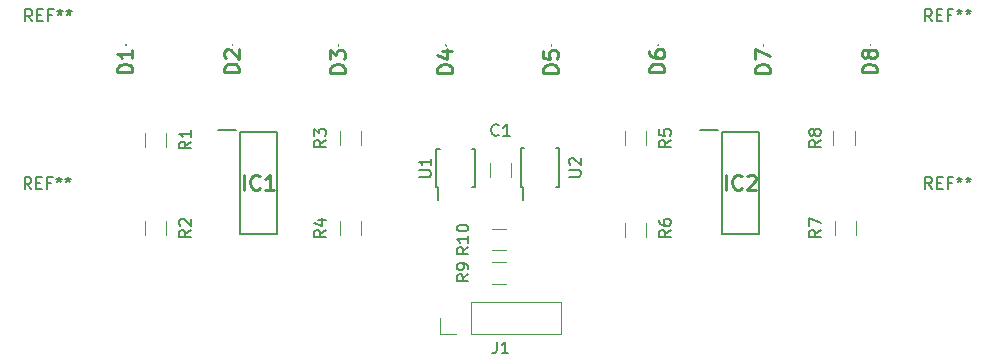
<source format=gbr>
%TF.GenerationSoftware,KiCad,Pcbnew,(5.1.6)-1*%
%TF.CreationDate,2020-11-25T02:53:10+01:00*%
%TF.ProjectId,MainBoard,4d61696e-426f-4617-9264-2e6b69636164,rev?*%
%TF.SameCoordinates,Original*%
%TF.FileFunction,Legend,Top*%
%TF.FilePolarity,Positive*%
%FSLAX46Y46*%
G04 Gerber Fmt 4.6, Leading zero omitted, Abs format (unit mm)*
G04 Created by KiCad (PCBNEW (5.1.6)-1) date 2020-11-25 02:53:10*
%MOMM*%
%LPD*%
G01*
G04 APERTURE LIST*
%ADD10C,0.120000*%
%ADD11C,0.150000*%
%ADD12C,0.200000*%
%ADD13C,0.100000*%
%ADD14C,0.254000*%
G04 APERTURE END LIST*
D10*
%TO.C,C1*%
X135530000Y-95982064D02*
X135530000Y-94777936D01*
X133710000Y-95982064D02*
X133710000Y-94777936D01*
D11*
%TO.C,U2*%
X136500780Y-96835387D02*
X136500780Y-97910387D01*
X139575780Y-96835387D02*
X139575780Y-93585387D01*
X136325780Y-96835387D02*
X136325780Y-93585387D01*
X139575780Y-96835387D02*
X139300780Y-96835387D01*
X139575780Y-93585387D02*
X139300780Y-93585387D01*
X136325780Y-93585387D02*
X136600780Y-93585387D01*
X136325780Y-96835387D02*
X136500780Y-96835387D01*
%TO.C,U1*%
X129360000Y-96875000D02*
X129360000Y-97950000D01*
X132435000Y-96875000D02*
X132435000Y-93625000D01*
X129185000Y-96875000D02*
X129185000Y-93625000D01*
X132435000Y-96875000D02*
X132160000Y-96875000D01*
X132435000Y-93625000D02*
X132160000Y-93625000D01*
X129185000Y-93625000D02*
X129460000Y-93625000D01*
X129185000Y-96875000D02*
X129360000Y-96875000D01*
D10*
%TO.C,R10*%
X133898051Y-102202405D02*
X135102179Y-102202405D01*
X133898051Y-100382405D02*
X135102179Y-100382405D01*
%TO.C,R9*%
X133887936Y-105050000D02*
X135092064Y-105050000D01*
X133887936Y-103230000D02*
X135092064Y-103230000D01*
%TO.C,R8*%
X164610000Y-93312064D02*
X164610000Y-92107936D01*
X162790000Y-93312064D02*
X162790000Y-92107936D01*
%TO.C,R7*%
X162920000Y-99727936D02*
X162920000Y-100932064D01*
X164740000Y-99727936D02*
X164740000Y-100932064D01*
%TO.C,R6*%
X146960000Y-101062064D02*
X146960000Y-99857936D01*
X145140000Y-101062064D02*
X145140000Y-99857936D01*
%TO.C,R5*%
X145140000Y-92107936D02*
X145140000Y-93312064D01*
X146960000Y-92107936D02*
X146960000Y-93312064D01*
%TO.C,R4*%
X121010000Y-99727936D02*
X121010000Y-100932064D01*
X122830000Y-99727936D02*
X122830000Y-100932064D01*
%TO.C,R3*%
X122830000Y-93312064D02*
X122830000Y-92107936D01*
X121010000Y-93312064D02*
X121010000Y-92107936D01*
%TO.C,R2*%
X106320000Y-100932064D02*
X106320000Y-99727936D01*
X104500000Y-100932064D02*
X104500000Y-99727936D01*
%TO.C,R1*%
X104500000Y-92237936D02*
X104500000Y-93442064D01*
X106320000Y-92237936D02*
X106320000Y-93442064D01*
%TO.C,J1*%
X129480000Y-109280000D02*
X129480000Y-107950000D01*
X130810000Y-109280000D02*
X129480000Y-109280000D01*
X132080000Y-109280000D02*
X132080000Y-106620000D01*
X132080000Y-106620000D02*
X139760000Y-106620000D01*
X132080000Y-109280000D02*
X139760000Y-109280000D01*
X139760000Y-109280000D02*
X139760000Y-106620000D01*
D12*
%TO.C,IC2*%
X151465000Y-92035000D02*
X152990000Y-92035000D01*
X153340000Y-100845000D02*
X153340000Y-92195000D01*
X156540000Y-100845000D02*
X153340000Y-100845000D01*
X156540000Y-92195000D02*
X156540000Y-100845000D01*
X153340000Y-92195000D02*
X156540000Y-92195000D01*
%TO.C,IC1*%
X110653000Y-92035000D02*
X112178000Y-92035000D01*
X112528000Y-100845000D02*
X112528000Y-92195000D01*
X115728000Y-100845000D02*
X112528000Y-100845000D01*
X115728000Y-92195000D02*
X115728000Y-100845000D01*
X112528000Y-92195000D02*
X115728000Y-92195000D01*
D13*
%TO.C,D8*%
X165900000Y-84860000D02*
X165900000Y-84860000D01*
X165900000Y-84760000D02*
X165900000Y-84760000D01*
X165900000Y-84760000D02*
G75*
G02*
X165900000Y-84860000I0J-50000D01*
G01*
X165900000Y-84860000D02*
G75*
G02*
X165900000Y-84760000I0J50000D01*
G01*
%TO.C,D7*%
X156868641Y-84907097D02*
X156868641Y-84907097D01*
X156868641Y-84807097D02*
X156868641Y-84807097D01*
X156868641Y-84807097D02*
G75*
G02*
X156868641Y-84907097I0J-50000D01*
G01*
X156868641Y-84907097D02*
G75*
G02*
X156868641Y-84807097I0J50000D01*
G01*
%TO.C,D6*%
X147920099Y-84844300D02*
X147920099Y-84844300D01*
X147920099Y-84744300D02*
X147920099Y-84744300D01*
X147920099Y-84744300D02*
G75*
G02*
X147920099Y-84844300I0J-50000D01*
G01*
X147920099Y-84844300D02*
G75*
G02*
X147920099Y-84744300I0J50000D01*
G01*
%TO.C,D5*%
X138915040Y-84892057D02*
X138915040Y-84892057D01*
X138915040Y-84792057D02*
X138915040Y-84792057D01*
X138915040Y-84792057D02*
G75*
G02*
X138915040Y-84892057I0J-50000D01*
G01*
X138915040Y-84892057D02*
G75*
G02*
X138915040Y-84792057I0J50000D01*
G01*
%TO.C,D4*%
X129966498Y-84892057D02*
X129966498Y-84892057D01*
X129966498Y-84792057D02*
X129966498Y-84792057D01*
X129966498Y-84792057D02*
G75*
G02*
X129966498Y-84892057I0J-50000D01*
G01*
X129966498Y-84892057D02*
G75*
G02*
X129966498Y-84792057I0J50000D01*
G01*
%TO.C,D3*%
X120887451Y-84912336D02*
X120887451Y-84912336D01*
X120887451Y-84812336D02*
X120887451Y-84812336D01*
X120887451Y-84812336D02*
G75*
G02*
X120887451Y-84912336I0J-50000D01*
G01*
X120887451Y-84912336D02*
G75*
G02*
X120887451Y-84812336I0J50000D01*
G01*
%TO.C,D2*%
X111912743Y-84848880D02*
X111912743Y-84848880D01*
X111912743Y-84748880D02*
X111912743Y-84748880D01*
X111912743Y-84748880D02*
G75*
G02*
X111912743Y-84848880I0J-50000D01*
G01*
X111912743Y-84848880D02*
G75*
G02*
X111912743Y-84748880I0J50000D01*
G01*
%TO.C,D1*%
X102870000Y-84860000D02*
X102870000Y-84860000D01*
X102870000Y-84760000D02*
X102870000Y-84760000D01*
X102870000Y-84760000D02*
G75*
G02*
X102870000Y-84860000I0J-50000D01*
G01*
X102870000Y-84860000D02*
G75*
G02*
X102870000Y-84760000I0J50000D01*
G01*
%TO.C,REF\u002A\u002A*%
D11*
X171133063Y-97023105D02*
X170799730Y-96546915D01*
X170561635Y-97023105D02*
X170561635Y-96023105D01*
X170942587Y-96023105D01*
X171037825Y-96070725D01*
X171085444Y-96118344D01*
X171133063Y-96213582D01*
X171133063Y-96356439D01*
X171085444Y-96451677D01*
X171037825Y-96499296D01*
X170942587Y-96546915D01*
X170561635Y-96546915D01*
X171561635Y-96499296D02*
X171894968Y-96499296D01*
X172037825Y-97023105D02*
X171561635Y-97023105D01*
X171561635Y-96023105D01*
X172037825Y-96023105D01*
X172799730Y-96499296D02*
X172466397Y-96499296D01*
X172466397Y-97023105D02*
X172466397Y-96023105D01*
X172942587Y-96023105D01*
X173466397Y-96023105D02*
X173466397Y-96261201D01*
X173228301Y-96165963D02*
X173466397Y-96261201D01*
X173704492Y-96165963D01*
X173323539Y-96451677D02*
X173466397Y-96261201D01*
X173609254Y-96451677D01*
X174228301Y-96023105D02*
X174228301Y-96261201D01*
X173990206Y-96165963D02*
X174228301Y-96261201D01*
X174466397Y-96165963D01*
X174085444Y-96451677D02*
X174228301Y-96261201D01*
X174371158Y-96451677D01*
X94890654Y-97035453D02*
X94557321Y-96559263D01*
X94319226Y-97035453D02*
X94319226Y-96035453D01*
X94700178Y-96035453D01*
X94795416Y-96083073D01*
X94843035Y-96130692D01*
X94890654Y-96225930D01*
X94890654Y-96368787D01*
X94843035Y-96464025D01*
X94795416Y-96511644D01*
X94700178Y-96559263D01*
X94319226Y-96559263D01*
X95319226Y-96511644D02*
X95652559Y-96511644D01*
X95795416Y-97035453D02*
X95319226Y-97035453D01*
X95319226Y-96035453D01*
X95795416Y-96035453D01*
X96557321Y-96511644D02*
X96223988Y-96511644D01*
X96223988Y-97035453D02*
X96223988Y-96035453D01*
X96700178Y-96035453D01*
X97223988Y-96035453D02*
X97223988Y-96273549D01*
X96985892Y-96178311D02*
X97223988Y-96273549D01*
X97462083Y-96178311D01*
X97081130Y-96464025D02*
X97223988Y-96273549D01*
X97366845Y-96464025D01*
X97985892Y-96035453D02*
X97985892Y-96273549D01*
X97747797Y-96178311D02*
X97985892Y-96273549D01*
X98223988Y-96178311D01*
X97843035Y-96464025D02*
X97985892Y-96273549D01*
X98128749Y-96464025D01*
X171128024Y-82814287D02*
X170794691Y-82338097D01*
X170556596Y-82814287D02*
X170556596Y-81814287D01*
X170937548Y-81814287D01*
X171032786Y-81861907D01*
X171080405Y-81909526D01*
X171128024Y-82004764D01*
X171128024Y-82147621D01*
X171080405Y-82242859D01*
X171032786Y-82290478D01*
X170937548Y-82338097D01*
X170556596Y-82338097D01*
X171556596Y-82290478D02*
X171889929Y-82290478D01*
X172032786Y-82814287D02*
X171556596Y-82814287D01*
X171556596Y-81814287D01*
X172032786Y-81814287D01*
X172794691Y-82290478D02*
X172461358Y-82290478D01*
X172461358Y-82814287D02*
X172461358Y-81814287D01*
X172937548Y-81814287D01*
X173461358Y-81814287D02*
X173461358Y-82052383D01*
X173223262Y-81957145D02*
X173461358Y-82052383D01*
X173699453Y-81957145D01*
X173318500Y-82242859D02*
X173461358Y-82052383D01*
X173604215Y-82242859D01*
X174223262Y-81814287D02*
X174223262Y-82052383D01*
X173985167Y-81957145D02*
X174223262Y-82052383D01*
X174461358Y-81957145D01*
X174080405Y-82242859D02*
X174223262Y-82052383D01*
X174366119Y-82242859D01*
X94957696Y-82818464D02*
X94624363Y-82342274D01*
X94386268Y-82818464D02*
X94386268Y-81818464D01*
X94767220Y-81818464D01*
X94862458Y-81866084D01*
X94910077Y-81913703D01*
X94957696Y-82008941D01*
X94957696Y-82151798D01*
X94910077Y-82247036D01*
X94862458Y-82294655D01*
X94767220Y-82342274D01*
X94386268Y-82342274D01*
X95386268Y-82294655D02*
X95719601Y-82294655D01*
X95862458Y-82818464D02*
X95386268Y-82818464D01*
X95386268Y-81818464D01*
X95862458Y-81818464D01*
X96624363Y-82294655D02*
X96291030Y-82294655D01*
X96291030Y-82818464D02*
X96291030Y-81818464D01*
X96767220Y-81818464D01*
X97291030Y-81818464D02*
X97291030Y-82056560D01*
X97052934Y-81961322D02*
X97291030Y-82056560D01*
X97529125Y-81961322D01*
X97148172Y-82247036D02*
X97291030Y-82056560D01*
X97433887Y-82247036D01*
X98052934Y-81818464D02*
X98052934Y-82056560D01*
X97814839Y-81961322D02*
X98052934Y-82056560D01*
X98291030Y-81961322D01*
X97910077Y-82247036D02*
X98052934Y-82056560D01*
X98195791Y-82247036D01*
%TO.C,C1*%
X134453333Y-92432142D02*
X134405714Y-92479761D01*
X134262857Y-92527380D01*
X134167619Y-92527380D01*
X134024761Y-92479761D01*
X133929523Y-92384523D01*
X133881904Y-92289285D01*
X133834285Y-92098809D01*
X133834285Y-91955952D01*
X133881904Y-91765476D01*
X133929523Y-91670238D01*
X134024761Y-91575000D01*
X134167619Y-91527380D01*
X134262857Y-91527380D01*
X134405714Y-91575000D01*
X134453333Y-91622619D01*
X135405714Y-92527380D02*
X134834285Y-92527380D01*
X135120000Y-92527380D02*
X135120000Y-91527380D01*
X135024761Y-91670238D01*
X134929523Y-91765476D01*
X134834285Y-91813095D01*
%TO.C,U2*%
X140422380Y-95972291D02*
X141231904Y-95972291D01*
X141327142Y-95924672D01*
X141374761Y-95877053D01*
X141422380Y-95781815D01*
X141422380Y-95591339D01*
X141374761Y-95496101D01*
X141327142Y-95448482D01*
X141231904Y-95400863D01*
X140422380Y-95400863D01*
X140517619Y-94972291D02*
X140470000Y-94924672D01*
X140422380Y-94829434D01*
X140422380Y-94591339D01*
X140470000Y-94496101D01*
X140517619Y-94448482D01*
X140612857Y-94400863D01*
X140708095Y-94400863D01*
X140850952Y-94448482D01*
X141422380Y-95019910D01*
X141422380Y-94400863D01*
%TO.C,U1*%
X127712380Y-96011904D02*
X128521904Y-96011904D01*
X128617142Y-95964285D01*
X128664761Y-95916666D01*
X128712380Y-95821428D01*
X128712380Y-95630952D01*
X128664761Y-95535714D01*
X128617142Y-95488095D01*
X128521904Y-95440476D01*
X127712380Y-95440476D01*
X128712380Y-94440476D02*
X128712380Y-95011904D01*
X128712380Y-94726190D02*
X127712380Y-94726190D01*
X127855238Y-94821428D01*
X127950476Y-94916666D01*
X127998095Y-95011904D01*
%TO.C,R10*%
X131897380Y-101935262D02*
X131421190Y-102268595D01*
X131897380Y-102506690D02*
X130897380Y-102506690D01*
X130897380Y-102125738D01*
X130945000Y-102030500D01*
X130992619Y-101982881D01*
X131087857Y-101935262D01*
X131230714Y-101935262D01*
X131325952Y-101982881D01*
X131373571Y-102030500D01*
X131421190Y-102125738D01*
X131421190Y-102506690D01*
X131897380Y-100982881D02*
X131897380Y-101554309D01*
X131897380Y-101268595D02*
X130897380Y-101268595D01*
X131040238Y-101363833D01*
X131135476Y-101459071D01*
X131183095Y-101554309D01*
X130897380Y-100363833D02*
X130897380Y-100268595D01*
X130945000Y-100173357D01*
X130992619Y-100125738D01*
X131087857Y-100078119D01*
X131278333Y-100030500D01*
X131516428Y-100030500D01*
X131706904Y-100078119D01*
X131802142Y-100125738D01*
X131849761Y-100173357D01*
X131897380Y-100268595D01*
X131897380Y-100363833D01*
X131849761Y-100459071D01*
X131802142Y-100506690D01*
X131706904Y-100554309D01*
X131516428Y-100601928D01*
X131278333Y-100601928D01*
X131087857Y-100554309D01*
X130992619Y-100506690D01*
X130945000Y-100459071D01*
X130897380Y-100363833D01*
%TO.C,R9*%
X131897380Y-104252727D02*
X131421190Y-104586061D01*
X131897380Y-104824156D02*
X130897380Y-104824156D01*
X130897380Y-104443203D01*
X130945000Y-104347965D01*
X130992619Y-104300346D01*
X131087857Y-104252727D01*
X131230714Y-104252727D01*
X131325952Y-104300346D01*
X131373571Y-104347965D01*
X131421190Y-104443203D01*
X131421190Y-104824156D01*
X131897380Y-103776537D02*
X131897380Y-103586061D01*
X131849761Y-103490822D01*
X131802142Y-103443203D01*
X131659285Y-103347965D01*
X131468809Y-103300346D01*
X131087857Y-103300346D01*
X130992619Y-103347965D01*
X130945000Y-103395584D01*
X130897380Y-103490822D01*
X130897380Y-103681299D01*
X130945000Y-103776537D01*
X130992619Y-103824156D01*
X131087857Y-103871775D01*
X131325952Y-103871775D01*
X131421190Y-103824156D01*
X131468809Y-103776537D01*
X131516428Y-103681299D01*
X131516428Y-103490822D01*
X131468809Y-103395584D01*
X131421190Y-103347965D01*
X131325952Y-103300346D01*
%TO.C,R8*%
X161742380Y-92876666D02*
X161266190Y-93210000D01*
X161742380Y-93448095D02*
X160742380Y-93448095D01*
X160742380Y-93067142D01*
X160790000Y-92971904D01*
X160837619Y-92924285D01*
X160932857Y-92876666D01*
X161075714Y-92876666D01*
X161170952Y-92924285D01*
X161218571Y-92971904D01*
X161266190Y-93067142D01*
X161266190Y-93448095D01*
X161170952Y-92305238D02*
X161123333Y-92400476D01*
X161075714Y-92448095D01*
X160980476Y-92495714D01*
X160932857Y-92495714D01*
X160837619Y-92448095D01*
X160790000Y-92400476D01*
X160742380Y-92305238D01*
X160742380Y-92114761D01*
X160790000Y-92019523D01*
X160837619Y-91971904D01*
X160932857Y-91924285D01*
X160980476Y-91924285D01*
X161075714Y-91971904D01*
X161123333Y-92019523D01*
X161170952Y-92114761D01*
X161170952Y-92305238D01*
X161218571Y-92400476D01*
X161266190Y-92448095D01*
X161361428Y-92495714D01*
X161551904Y-92495714D01*
X161647142Y-92448095D01*
X161694761Y-92400476D01*
X161742380Y-92305238D01*
X161742380Y-92114761D01*
X161694761Y-92019523D01*
X161647142Y-91971904D01*
X161551904Y-91924285D01*
X161361428Y-91924285D01*
X161266190Y-91971904D01*
X161218571Y-92019523D01*
X161170952Y-92114761D01*
%TO.C,R7*%
X161742380Y-100496666D02*
X161266190Y-100830000D01*
X161742380Y-101068095D02*
X160742380Y-101068095D01*
X160742380Y-100687142D01*
X160790000Y-100591904D01*
X160837619Y-100544285D01*
X160932857Y-100496666D01*
X161075714Y-100496666D01*
X161170952Y-100544285D01*
X161218571Y-100591904D01*
X161266190Y-100687142D01*
X161266190Y-101068095D01*
X160742380Y-100163333D02*
X160742380Y-99496666D01*
X161742380Y-99925238D01*
%TO.C,R6*%
X149042380Y-100496666D02*
X148566190Y-100830000D01*
X149042380Y-101068095D02*
X148042380Y-101068095D01*
X148042380Y-100687142D01*
X148090000Y-100591904D01*
X148137619Y-100544285D01*
X148232857Y-100496666D01*
X148375714Y-100496666D01*
X148470952Y-100544285D01*
X148518571Y-100591904D01*
X148566190Y-100687142D01*
X148566190Y-101068095D01*
X148042380Y-99639523D02*
X148042380Y-99830000D01*
X148090000Y-99925238D01*
X148137619Y-99972857D01*
X148280476Y-100068095D01*
X148470952Y-100115714D01*
X148851904Y-100115714D01*
X148947142Y-100068095D01*
X148994761Y-100020476D01*
X149042380Y-99925238D01*
X149042380Y-99734761D01*
X148994761Y-99639523D01*
X148947142Y-99591904D01*
X148851904Y-99544285D01*
X148613809Y-99544285D01*
X148518571Y-99591904D01*
X148470952Y-99639523D01*
X148423333Y-99734761D01*
X148423333Y-99925238D01*
X148470952Y-100020476D01*
X148518571Y-100068095D01*
X148613809Y-100115714D01*
%TO.C,R5*%
X149042380Y-92876666D02*
X148566190Y-93210000D01*
X149042380Y-93448095D02*
X148042380Y-93448095D01*
X148042380Y-93067142D01*
X148090000Y-92971904D01*
X148137619Y-92924285D01*
X148232857Y-92876666D01*
X148375714Y-92876666D01*
X148470952Y-92924285D01*
X148518571Y-92971904D01*
X148566190Y-93067142D01*
X148566190Y-93448095D01*
X148042380Y-91971904D02*
X148042380Y-92448095D01*
X148518571Y-92495714D01*
X148470952Y-92448095D01*
X148423333Y-92352857D01*
X148423333Y-92114761D01*
X148470952Y-92019523D01*
X148518571Y-91971904D01*
X148613809Y-91924285D01*
X148851904Y-91924285D01*
X148947142Y-91971904D01*
X148994761Y-92019523D01*
X149042380Y-92114761D01*
X149042380Y-92352857D01*
X148994761Y-92448095D01*
X148947142Y-92495714D01*
%TO.C,R4*%
X119832380Y-100496666D02*
X119356190Y-100830000D01*
X119832380Y-101068095D02*
X118832380Y-101068095D01*
X118832380Y-100687142D01*
X118880000Y-100591904D01*
X118927619Y-100544285D01*
X119022857Y-100496666D01*
X119165714Y-100496666D01*
X119260952Y-100544285D01*
X119308571Y-100591904D01*
X119356190Y-100687142D01*
X119356190Y-101068095D01*
X119165714Y-99639523D02*
X119832380Y-99639523D01*
X118784761Y-99877619D02*
X119499047Y-100115714D01*
X119499047Y-99496666D01*
%TO.C,R3*%
X119832380Y-92876666D02*
X119356190Y-93210000D01*
X119832380Y-93448095D02*
X118832380Y-93448095D01*
X118832380Y-93067142D01*
X118880000Y-92971904D01*
X118927619Y-92924285D01*
X119022857Y-92876666D01*
X119165714Y-92876666D01*
X119260952Y-92924285D01*
X119308571Y-92971904D01*
X119356190Y-93067142D01*
X119356190Y-93448095D01*
X118832380Y-92543333D02*
X118832380Y-91924285D01*
X119213333Y-92257619D01*
X119213333Y-92114761D01*
X119260952Y-92019523D01*
X119308571Y-91971904D01*
X119403809Y-91924285D01*
X119641904Y-91924285D01*
X119737142Y-91971904D01*
X119784761Y-92019523D01*
X119832380Y-92114761D01*
X119832380Y-92400476D01*
X119784761Y-92495714D01*
X119737142Y-92543333D01*
%TO.C,R2*%
X108402380Y-100496666D02*
X107926190Y-100830000D01*
X108402380Y-101068095D02*
X107402380Y-101068095D01*
X107402380Y-100687142D01*
X107450000Y-100591904D01*
X107497619Y-100544285D01*
X107592857Y-100496666D01*
X107735714Y-100496666D01*
X107830952Y-100544285D01*
X107878571Y-100591904D01*
X107926190Y-100687142D01*
X107926190Y-101068095D01*
X107497619Y-100115714D02*
X107450000Y-100068095D01*
X107402380Y-99972857D01*
X107402380Y-99734761D01*
X107450000Y-99639523D01*
X107497619Y-99591904D01*
X107592857Y-99544285D01*
X107688095Y-99544285D01*
X107830952Y-99591904D01*
X108402380Y-100163333D01*
X108402380Y-99544285D01*
%TO.C,R1*%
X108402380Y-93006666D02*
X107926190Y-93340000D01*
X108402380Y-93578095D02*
X107402380Y-93578095D01*
X107402380Y-93197142D01*
X107450000Y-93101904D01*
X107497619Y-93054285D01*
X107592857Y-93006666D01*
X107735714Y-93006666D01*
X107830952Y-93054285D01*
X107878571Y-93101904D01*
X107926190Y-93197142D01*
X107926190Y-93578095D01*
X108402380Y-92054285D02*
X108402380Y-92625714D01*
X108402380Y-92340000D02*
X107402380Y-92340000D01*
X107545238Y-92435238D01*
X107640476Y-92530476D01*
X107688095Y-92625714D01*
%TO.C,J1*%
X134286666Y-109942380D02*
X134286666Y-110656666D01*
X134239047Y-110799523D01*
X134143809Y-110894761D01*
X134000952Y-110942380D01*
X133905714Y-110942380D01*
X135286666Y-110942380D02*
X134715238Y-110942380D01*
X135000952Y-110942380D02*
X135000952Y-109942380D01*
X134905714Y-110085238D01*
X134810476Y-110180476D01*
X134715238Y-110228095D01*
%TO.C,IC2*%
D14*
X153700238Y-97094523D02*
X153700238Y-95824523D01*
X155030714Y-96973571D02*
X154970238Y-97034047D01*
X154788809Y-97094523D01*
X154667857Y-97094523D01*
X154486428Y-97034047D01*
X154365476Y-96913095D01*
X154305000Y-96792142D01*
X154244523Y-96550238D01*
X154244523Y-96368809D01*
X154305000Y-96126904D01*
X154365476Y-96005952D01*
X154486428Y-95885000D01*
X154667857Y-95824523D01*
X154788809Y-95824523D01*
X154970238Y-95885000D01*
X155030714Y-95945476D01*
X155514523Y-95945476D02*
X155575000Y-95885000D01*
X155695952Y-95824523D01*
X155998333Y-95824523D01*
X156119285Y-95885000D01*
X156179761Y-95945476D01*
X156240238Y-96066428D01*
X156240238Y-96187380D01*
X156179761Y-96368809D01*
X155454047Y-97094523D01*
X156240238Y-97094523D01*
%TO.C,IC1*%
X112888238Y-97094523D02*
X112888238Y-95824523D01*
X114218714Y-96973571D02*
X114158238Y-97034047D01*
X113976809Y-97094523D01*
X113855857Y-97094523D01*
X113674428Y-97034047D01*
X113553476Y-96913095D01*
X113493000Y-96792142D01*
X113432523Y-96550238D01*
X113432523Y-96368809D01*
X113493000Y-96126904D01*
X113553476Y-96005952D01*
X113674428Y-95885000D01*
X113855857Y-95824523D01*
X113976809Y-95824523D01*
X114158238Y-95885000D01*
X114218714Y-95945476D01*
X115428238Y-97094523D02*
X114702523Y-97094523D01*
X115065380Y-97094523D02*
X115065380Y-95824523D01*
X114944428Y-96005952D01*
X114823476Y-96126904D01*
X114702523Y-96187380D01*
%TO.C,D8*%
X166474523Y-87147380D02*
X165204523Y-87147380D01*
X165204523Y-86845000D01*
X165265000Y-86663571D01*
X165385952Y-86542619D01*
X165506904Y-86482142D01*
X165748809Y-86421666D01*
X165930238Y-86421666D01*
X166172142Y-86482142D01*
X166293095Y-86542619D01*
X166414047Y-86663571D01*
X166474523Y-86845000D01*
X166474523Y-87147380D01*
X165748809Y-85695952D02*
X165688333Y-85816904D01*
X165627857Y-85877380D01*
X165506904Y-85937857D01*
X165446428Y-85937857D01*
X165325476Y-85877380D01*
X165265000Y-85816904D01*
X165204523Y-85695952D01*
X165204523Y-85454047D01*
X165265000Y-85333095D01*
X165325476Y-85272619D01*
X165446428Y-85212142D01*
X165506904Y-85212142D01*
X165627857Y-85272619D01*
X165688333Y-85333095D01*
X165748809Y-85454047D01*
X165748809Y-85695952D01*
X165809285Y-85816904D01*
X165869761Y-85877380D01*
X165990714Y-85937857D01*
X166232619Y-85937857D01*
X166353571Y-85877380D01*
X166414047Y-85816904D01*
X166474523Y-85695952D01*
X166474523Y-85454047D01*
X166414047Y-85333095D01*
X166353571Y-85272619D01*
X166232619Y-85212142D01*
X165990714Y-85212142D01*
X165869761Y-85272619D01*
X165809285Y-85333095D01*
X165748809Y-85454047D01*
%TO.C,D7*%
X157443164Y-87194477D02*
X156173164Y-87194477D01*
X156173164Y-86892097D01*
X156233641Y-86710668D01*
X156354593Y-86589716D01*
X156475545Y-86529239D01*
X156717450Y-86468763D01*
X156898879Y-86468763D01*
X157140783Y-86529239D01*
X157261736Y-86589716D01*
X157382688Y-86710668D01*
X157443164Y-86892097D01*
X157443164Y-87194477D01*
X156173164Y-86045430D02*
X156173164Y-85198763D01*
X157443164Y-85743049D01*
%TO.C,D6*%
X148494622Y-87131680D02*
X147224622Y-87131680D01*
X147224622Y-86829300D01*
X147285099Y-86647871D01*
X147406051Y-86526919D01*
X147527003Y-86466442D01*
X147768908Y-86405966D01*
X147950337Y-86405966D01*
X148192241Y-86466442D01*
X148313194Y-86526919D01*
X148434146Y-86647871D01*
X148494622Y-86829300D01*
X148494622Y-87131680D01*
X147224622Y-85317395D02*
X147224622Y-85559300D01*
X147285099Y-85680252D01*
X147345575Y-85740728D01*
X147527003Y-85861680D01*
X147768908Y-85922157D01*
X148252718Y-85922157D01*
X148373670Y-85861680D01*
X148434146Y-85801204D01*
X148494622Y-85680252D01*
X148494622Y-85438347D01*
X148434146Y-85317395D01*
X148373670Y-85256919D01*
X148252718Y-85196442D01*
X147950337Y-85196442D01*
X147829384Y-85256919D01*
X147768908Y-85317395D01*
X147708432Y-85438347D01*
X147708432Y-85680252D01*
X147768908Y-85801204D01*
X147829384Y-85861680D01*
X147950337Y-85922157D01*
%TO.C,D5*%
X139489563Y-87179437D02*
X138219563Y-87179437D01*
X138219563Y-86877057D01*
X138280040Y-86695628D01*
X138400992Y-86574676D01*
X138521944Y-86514199D01*
X138763849Y-86453723D01*
X138945278Y-86453723D01*
X139187182Y-86514199D01*
X139308135Y-86574676D01*
X139429087Y-86695628D01*
X139489563Y-86877057D01*
X139489563Y-87179437D01*
X138219563Y-85304676D02*
X138219563Y-85909437D01*
X138824325Y-85969914D01*
X138763849Y-85909437D01*
X138703373Y-85788485D01*
X138703373Y-85486104D01*
X138763849Y-85365152D01*
X138824325Y-85304676D01*
X138945278Y-85244199D01*
X139247659Y-85244199D01*
X139368611Y-85304676D01*
X139429087Y-85365152D01*
X139489563Y-85486104D01*
X139489563Y-85788485D01*
X139429087Y-85909437D01*
X139368611Y-85969914D01*
%TO.C,D4*%
X130541021Y-87179437D02*
X129271021Y-87179437D01*
X129271021Y-86877057D01*
X129331498Y-86695628D01*
X129452450Y-86574676D01*
X129573402Y-86514199D01*
X129815307Y-86453723D01*
X129996736Y-86453723D01*
X130238640Y-86514199D01*
X130359593Y-86574676D01*
X130480545Y-86695628D01*
X130541021Y-86877057D01*
X130541021Y-87179437D01*
X129694355Y-85365152D02*
X130541021Y-85365152D01*
X129210545Y-85667533D02*
X130117688Y-85969914D01*
X130117688Y-85183723D01*
%TO.C,D3*%
X121461974Y-87199716D02*
X120191974Y-87199716D01*
X120191974Y-86897336D01*
X120252451Y-86715907D01*
X120373403Y-86594955D01*
X120494355Y-86534478D01*
X120736260Y-86474002D01*
X120917689Y-86474002D01*
X121159593Y-86534478D01*
X121280546Y-86594955D01*
X121401498Y-86715907D01*
X121461974Y-86897336D01*
X121461974Y-87199716D01*
X120191974Y-86050669D02*
X120191974Y-85264478D01*
X120675784Y-85687812D01*
X120675784Y-85506383D01*
X120736260Y-85385431D01*
X120796736Y-85324955D01*
X120917689Y-85264478D01*
X121220070Y-85264478D01*
X121341022Y-85324955D01*
X121401498Y-85385431D01*
X121461974Y-85506383D01*
X121461974Y-85869240D01*
X121401498Y-85990193D01*
X121341022Y-86050669D01*
%TO.C,D2*%
X112487266Y-87136260D02*
X111217266Y-87136260D01*
X111217266Y-86833880D01*
X111277743Y-86652451D01*
X111398695Y-86531499D01*
X111519647Y-86471022D01*
X111761552Y-86410546D01*
X111942981Y-86410546D01*
X112184885Y-86471022D01*
X112305838Y-86531499D01*
X112426790Y-86652451D01*
X112487266Y-86833880D01*
X112487266Y-87136260D01*
X111338219Y-85926737D02*
X111277743Y-85866260D01*
X111217266Y-85745308D01*
X111217266Y-85442927D01*
X111277743Y-85321975D01*
X111338219Y-85261499D01*
X111459171Y-85201022D01*
X111580123Y-85201022D01*
X111761552Y-85261499D01*
X112487266Y-85987213D01*
X112487266Y-85201022D01*
%TO.C,D1*%
X103444523Y-87147380D02*
X102174523Y-87147380D01*
X102174523Y-86845000D01*
X102235000Y-86663571D01*
X102355952Y-86542619D01*
X102476904Y-86482142D01*
X102718809Y-86421666D01*
X102900238Y-86421666D01*
X103142142Y-86482142D01*
X103263095Y-86542619D01*
X103384047Y-86663571D01*
X103444523Y-86845000D01*
X103444523Y-87147380D01*
X103444523Y-85212142D02*
X103444523Y-85937857D01*
X103444523Y-85575000D02*
X102174523Y-85575000D01*
X102355952Y-85695952D01*
X102476904Y-85816904D01*
X102537380Y-85937857D01*
%TD*%
M02*

</source>
